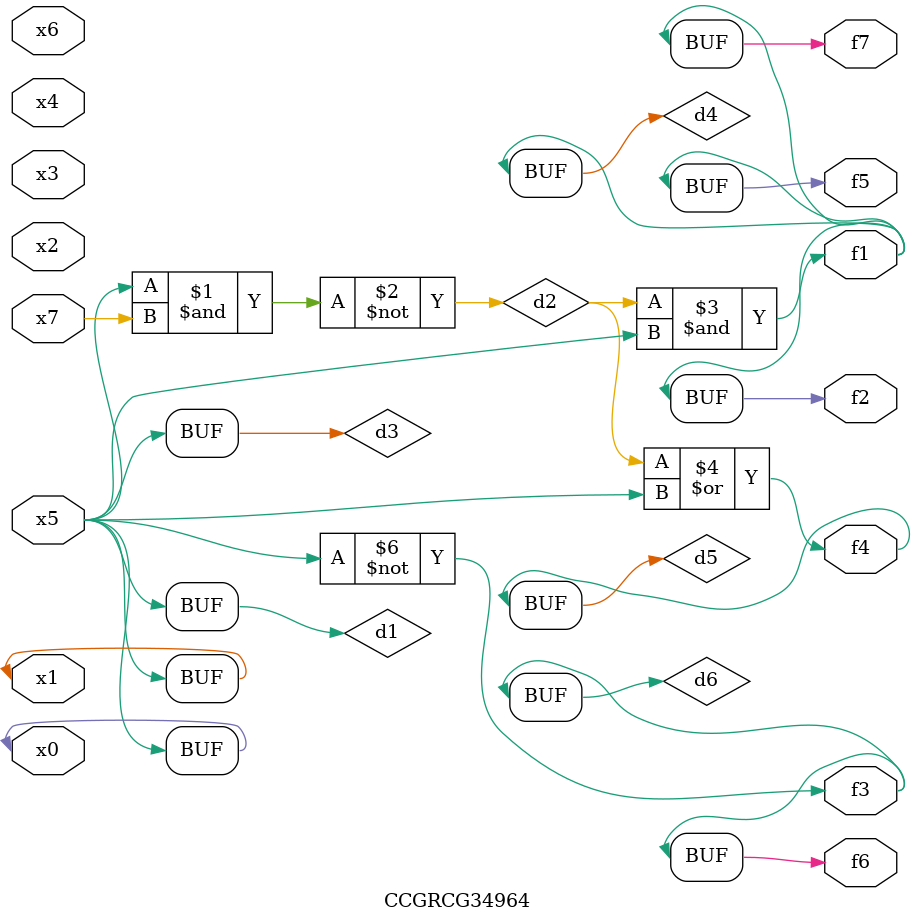
<source format=v>
module CCGRCG34964(
	input x0, x1, x2, x3, x4, x5, x6, x7,
	output f1, f2, f3, f4, f5, f6, f7
);

	wire d1, d2, d3, d4, d5, d6;

	buf (d1, x0, x5);
	nand (d2, x5, x7);
	buf (d3, x0, x1);
	and (d4, d2, d3);
	or (d5, d2, d3);
	nor (d6, d1, d3);
	assign f1 = d4;
	assign f2 = d4;
	assign f3 = d6;
	assign f4 = d5;
	assign f5 = d4;
	assign f6 = d6;
	assign f7 = d4;
endmodule

</source>
